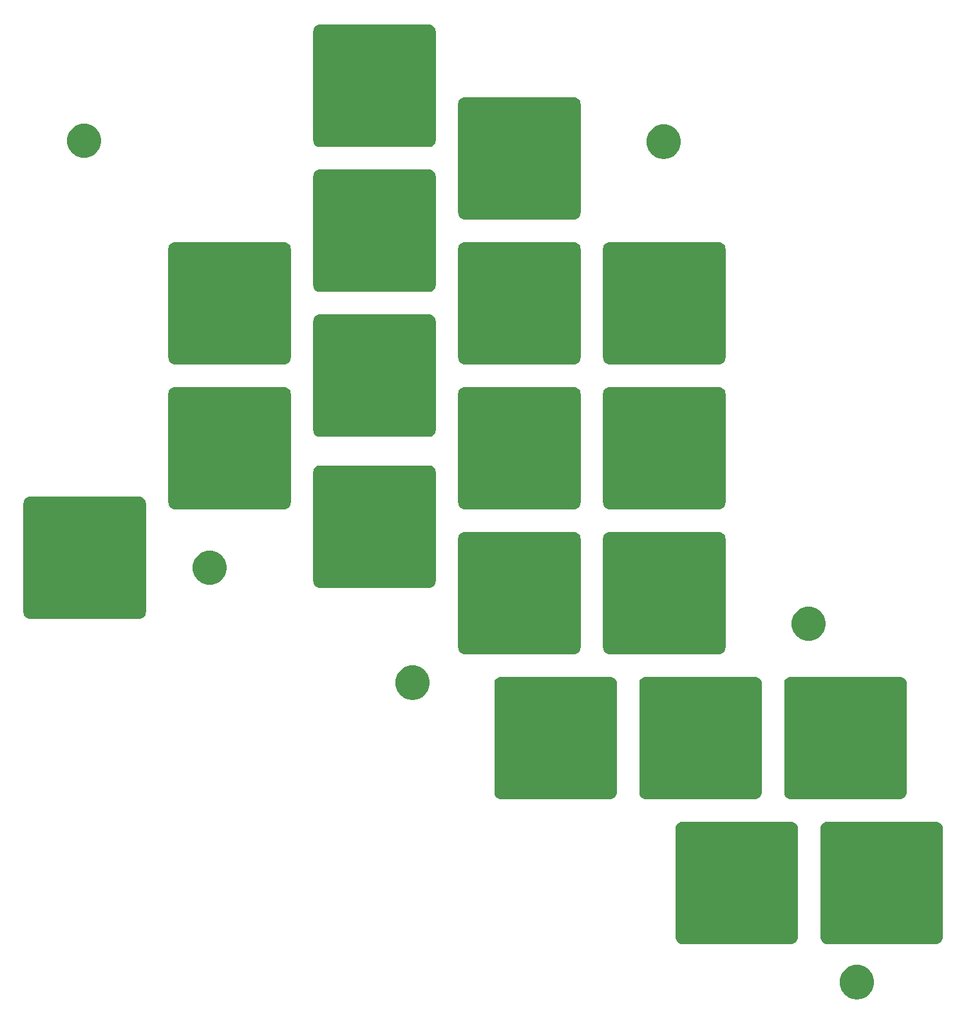
<source format=gbs>
G04 #@! TF.GenerationSoftware,KiCad,Pcbnew,(5.1.4-0)*
G04 #@! TF.CreationDate,2021-02-08T09:21:06-05:00*
G04 #@! TF.ProjectId,mxnatee_switch_plate,6d786e61-7465-4655-9f73-77697463685f,rev?*
G04 #@! TF.SameCoordinates,Original*
G04 #@! TF.FileFunction,Soldermask,Bot*
G04 #@! TF.FilePolarity,Negative*
%FSLAX46Y46*%
G04 Gerber Fmt 4.6, Leading zero omitted, Abs format (unit mm)*
G04 Created by KiCad (PCBNEW (5.1.4-0)) date 2021-02-08 09:21:06*
%MOMM*%
%LPD*%
G04 APERTURE LIST*
%ADD10C,0.100000*%
G04 APERTURE END LIST*
D10*
G36*
X129434880Y-143301776D02*
G01*
X129815593Y-143377504D01*
X130225249Y-143547189D01*
X130593929Y-143793534D01*
X130907466Y-144107071D01*
X131153811Y-144475751D01*
X131323496Y-144885407D01*
X131410000Y-145320296D01*
X131410000Y-145763704D01*
X131323496Y-146198593D01*
X131153811Y-146608249D01*
X130907466Y-146976929D01*
X130593929Y-147290466D01*
X130225249Y-147536811D01*
X129815593Y-147706496D01*
X129434880Y-147782224D01*
X129380705Y-147793000D01*
X128937295Y-147793000D01*
X128883120Y-147782224D01*
X128502407Y-147706496D01*
X128092751Y-147536811D01*
X127724071Y-147290466D01*
X127410534Y-146976929D01*
X127164189Y-146608249D01*
X126994504Y-146198593D01*
X126908000Y-145763704D01*
X126908000Y-145320296D01*
X126994504Y-144885407D01*
X127164189Y-144475751D01*
X127410534Y-144107071D01*
X127724071Y-143793534D01*
X128092751Y-143547189D01*
X128502407Y-143377504D01*
X128883120Y-143301776D01*
X128937295Y-143291000D01*
X129380705Y-143291000D01*
X129434880Y-143301776D01*
X129434880Y-143301776D01*
G37*
G36*
X139719795Y-124459736D02*
G01*
X139889492Y-124511212D01*
X140045876Y-124594802D01*
X140182953Y-124707297D01*
X140295448Y-124844374D01*
X140379038Y-125000758D01*
X140430514Y-125170455D01*
X140448500Y-125353066D01*
X140448500Y-139632434D01*
X140430514Y-139815045D01*
X140379038Y-139984742D01*
X140295448Y-140141126D01*
X140182953Y-140278203D01*
X140045876Y-140390698D01*
X139889492Y-140474288D01*
X139719795Y-140525764D01*
X139537184Y-140543750D01*
X125257816Y-140543750D01*
X125075205Y-140525764D01*
X124905508Y-140474288D01*
X124749124Y-140390698D01*
X124612047Y-140278203D01*
X124499552Y-140141126D01*
X124415962Y-139984742D01*
X124364486Y-139815045D01*
X124346500Y-139632434D01*
X124346500Y-125353066D01*
X124364486Y-125170455D01*
X124415962Y-125000758D01*
X124499552Y-124844374D01*
X124612047Y-124707297D01*
X124749124Y-124594802D01*
X124905508Y-124511212D01*
X125075205Y-124459736D01*
X125257816Y-124441750D01*
X139537184Y-124441750D01*
X139719795Y-124459736D01*
X139719795Y-124459736D01*
G37*
G36*
X120669795Y-124459736D02*
G01*
X120839492Y-124511212D01*
X120995876Y-124594802D01*
X121132953Y-124707297D01*
X121245448Y-124844374D01*
X121329038Y-125000758D01*
X121380514Y-125170455D01*
X121398500Y-125353066D01*
X121398500Y-139632434D01*
X121380514Y-139815045D01*
X121329038Y-139984742D01*
X121245448Y-140141126D01*
X121132953Y-140278203D01*
X120995876Y-140390698D01*
X120839492Y-140474288D01*
X120669795Y-140525764D01*
X120487184Y-140543750D01*
X106207816Y-140543750D01*
X106025205Y-140525764D01*
X105855508Y-140474288D01*
X105699124Y-140390698D01*
X105562047Y-140278203D01*
X105449552Y-140141126D01*
X105365962Y-139984742D01*
X105314486Y-139815045D01*
X105296500Y-139632434D01*
X105296500Y-125353066D01*
X105314486Y-125170455D01*
X105365962Y-125000758D01*
X105449552Y-124844374D01*
X105562047Y-124707297D01*
X105699124Y-124594802D01*
X105855508Y-124511212D01*
X106025205Y-124459736D01*
X106207816Y-124441750D01*
X120487184Y-124441750D01*
X120669795Y-124459736D01*
X120669795Y-124459736D01*
G37*
G36*
X115907295Y-105409736D02*
G01*
X116076992Y-105461212D01*
X116233376Y-105544802D01*
X116370453Y-105657297D01*
X116482948Y-105794374D01*
X116566538Y-105950758D01*
X116618014Y-106120455D01*
X116636000Y-106303066D01*
X116636000Y-120582434D01*
X116618014Y-120765045D01*
X116566538Y-120934742D01*
X116482948Y-121091126D01*
X116370453Y-121228203D01*
X116233376Y-121340698D01*
X116076992Y-121424288D01*
X115907295Y-121475764D01*
X115724684Y-121493750D01*
X101445316Y-121493750D01*
X101262705Y-121475764D01*
X101093008Y-121424288D01*
X100936624Y-121340698D01*
X100799547Y-121228203D01*
X100687052Y-121091126D01*
X100603462Y-120934742D01*
X100551986Y-120765045D01*
X100534000Y-120582434D01*
X100534000Y-106303066D01*
X100551986Y-106120455D01*
X100603462Y-105950758D01*
X100687052Y-105794374D01*
X100799547Y-105657297D01*
X100936624Y-105544802D01*
X101093008Y-105461212D01*
X101262705Y-105409736D01*
X101445316Y-105391750D01*
X115724684Y-105391750D01*
X115907295Y-105409736D01*
X115907295Y-105409736D01*
G37*
G36*
X96857295Y-105409736D02*
G01*
X97026992Y-105461212D01*
X97183376Y-105544802D01*
X97320453Y-105657297D01*
X97432948Y-105794374D01*
X97516538Y-105950758D01*
X97568014Y-106120455D01*
X97586000Y-106303066D01*
X97586000Y-120582434D01*
X97568014Y-120765045D01*
X97516538Y-120934742D01*
X97432948Y-121091126D01*
X97320453Y-121228203D01*
X97183376Y-121340698D01*
X97026992Y-121424288D01*
X96857295Y-121475764D01*
X96674684Y-121493750D01*
X82395316Y-121493750D01*
X82212705Y-121475764D01*
X82043008Y-121424288D01*
X81886624Y-121340698D01*
X81749547Y-121228203D01*
X81637052Y-121091126D01*
X81553462Y-120934742D01*
X81501986Y-120765045D01*
X81484000Y-120582434D01*
X81484000Y-106303066D01*
X81501986Y-106120455D01*
X81553462Y-105950758D01*
X81637052Y-105794374D01*
X81749547Y-105657297D01*
X81886624Y-105544802D01*
X82043008Y-105461212D01*
X82212705Y-105409736D01*
X82395316Y-105391750D01*
X96674684Y-105391750D01*
X96857295Y-105409736D01*
X96857295Y-105409736D01*
G37*
G36*
X134957295Y-105409736D02*
G01*
X135126992Y-105461212D01*
X135283376Y-105544802D01*
X135420453Y-105657297D01*
X135532948Y-105794374D01*
X135616538Y-105950758D01*
X135668014Y-106120455D01*
X135686000Y-106303066D01*
X135686000Y-120582434D01*
X135668014Y-120765045D01*
X135616538Y-120934742D01*
X135532948Y-121091126D01*
X135420453Y-121228203D01*
X135283376Y-121340698D01*
X135126992Y-121424288D01*
X134957295Y-121475764D01*
X134774684Y-121493750D01*
X120495316Y-121493750D01*
X120312705Y-121475764D01*
X120143008Y-121424288D01*
X119986624Y-121340698D01*
X119849547Y-121228203D01*
X119737052Y-121091126D01*
X119653462Y-120934742D01*
X119601986Y-120765045D01*
X119584000Y-120582434D01*
X119584000Y-106303066D01*
X119601986Y-106120455D01*
X119653462Y-105950758D01*
X119737052Y-105794374D01*
X119849547Y-105657297D01*
X119986624Y-105544802D01*
X120143008Y-105461212D01*
X120312705Y-105409736D01*
X120495316Y-105391750D01*
X134774684Y-105391750D01*
X134957295Y-105409736D01*
X134957295Y-105409736D01*
G37*
G36*
X71014880Y-103931776D02*
G01*
X71395593Y-104007504D01*
X71805249Y-104177189D01*
X72173929Y-104423534D01*
X72487466Y-104737071D01*
X72733811Y-105105751D01*
X72903496Y-105515407D01*
X72990000Y-105950296D01*
X72990000Y-106393704D01*
X72903496Y-106828593D01*
X72733811Y-107238249D01*
X72487466Y-107606929D01*
X72173929Y-107920466D01*
X71805249Y-108166811D01*
X71395593Y-108336496D01*
X71014880Y-108412224D01*
X70960705Y-108423000D01*
X70517295Y-108423000D01*
X70463120Y-108412224D01*
X70082407Y-108336496D01*
X69672751Y-108166811D01*
X69304071Y-107920466D01*
X68990534Y-107606929D01*
X68744189Y-107238249D01*
X68574504Y-106828593D01*
X68488000Y-106393704D01*
X68488000Y-105950296D01*
X68574504Y-105515407D01*
X68744189Y-105105751D01*
X68990534Y-104737071D01*
X69304071Y-104423534D01*
X69672751Y-104177189D01*
X70082407Y-104007504D01*
X70463120Y-103931776D01*
X70517295Y-103921000D01*
X70960705Y-103921000D01*
X71014880Y-103931776D01*
X71014880Y-103931776D01*
G37*
G36*
X111144795Y-86359736D02*
G01*
X111314492Y-86411212D01*
X111470876Y-86494802D01*
X111607953Y-86607297D01*
X111720448Y-86744374D01*
X111804038Y-86900758D01*
X111855514Y-87070455D01*
X111873500Y-87253066D01*
X111873500Y-101532434D01*
X111855514Y-101715045D01*
X111804038Y-101884742D01*
X111720448Y-102041126D01*
X111607953Y-102178203D01*
X111470876Y-102290698D01*
X111314492Y-102374288D01*
X111144795Y-102425764D01*
X110962184Y-102443750D01*
X96682816Y-102443750D01*
X96500205Y-102425764D01*
X96330508Y-102374288D01*
X96174124Y-102290698D01*
X96037047Y-102178203D01*
X95924552Y-102041126D01*
X95840962Y-101884742D01*
X95789486Y-101715045D01*
X95771500Y-101532434D01*
X95771500Y-87253066D01*
X95789486Y-87070455D01*
X95840962Y-86900758D01*
X95924552Y-86744374D01*
X96037047Y-86607297D01*
X96174124Y-86494802D01*
X96330508Y-86411212D01*
X96500205Y-86359736D01*
X96682816Y-86341750D01*
X110962184Y-86341750D01*
X111144795Y-86359736D01*
X111144795Y-86359736D01*
G37*
G36*
X92094795Y-86359736D02*
G01*
X92264492Y-86411212D01*
X92420876Y-86494802D01*
X92557953Y-86607297D01*
X92670448Y-86744374D01*
X92754038Y-86900758D01*
X92805514Y-87070455D01*
X92823500Y-87253066D01*
X92823500Y-101532434D01*
X92805514Y-101715045D01*
X92754038Y-101884742D01*
X92670448Y-102041126D01*
X92557953Y-102178203D01*
X92420876Y-102290698D01*
X92264492Y-102374288D01*
X92094795Y-102425764D01*
X91912184Y-102443750D01*
X77632816Y-102443750D01*
X77450205Y-102425764D01*
X77280508Y-102374288D01*
X77124124Y-102290698D01*
X76987047Y-102178203D01*
X76874552Y-102041126D01*
X76790962Y-101884742D01*
X76739486Y-101715045D01*
X76721500Y-101532434D01*
X76721500Y-87253066D01*
X76739486Y-87070455D01*
X76790962Y-86900758D01*
X76874552Y-86744374D01*
X76987047Y-86607297D01*
X77124124Y-86494802D01*
X77280508Y-86411212D01*
X77450205Y-86359736D01*
X77632816Y-86341750D01*
X91912184Y-86341750D01*
X92094795Y-86359736D01*
X92094795Y-86359736D01*
G37*
G36*
X123084880Y-96184776D02*
G01*
X123465593Y-96260504D01*
X123875249Y-96430189D01*
X124243929Y-96676534D01*
X124557466Y-96990071D01*
X124803811Y-97358751D01*
X124973496Y-97768407D01*
X125060000Y-98203296D01*
X125060000Y-98646704D01*
X124973496Y-99081593D01*
X124803811Y-99491249D01*
X124557466Y-99859929D01*
X124243929Y-100173466D01*
X123875249Y-100419811D01*
X123465593Y-100589496D01*
X123084880Y-100665224D01*
X123030705Y-100676000D01*
X122587295Y-100676000D01*
X122533120Y-100665224D01*
X122152407Y-100589496D01*
X121742751Y-100419811D01*
X121374071Y-100173466D01*
X121060534Y-99859929D01*
X120814189Y-99491249D01*
X120644504Y-99081593D01*
X120558000Y-98646704D01*
X120558000Y-98203296D01*
X120644504Y-97768407D01*
X120814189Y-97358751D01*
X121060534Y-96990071D01*
X121374071Y-96676534D01*
X121742751Y-96430189D01*
X122152407Y-96260504D01*
X122533120Y-96184776D01*
X122587295Y-96174000D01*
X123030705Y-96174000D01*
X123084880Y-96184776D01*
X123084880Y-96184776D01*
G37*
G36*
X34944795Y-81724236D02*
G01*
X35114492Y-81775712D01*
X35270876Y-81859302D01*
X35407953Y-81971797D01*
X35520448Y-82108874D01*
X35604038Y-82265258D01*
X35655514Y-82434955D01*
X35673500Y-82617566D01*
X35673500Y-96896934D01*
X35655514Y-97079545D01*
X35604038Y-97249242D01*
X35520448Y-97405626D01*
X35407953Y-97542703D01*
X35270876Y-97655198D01*
X35114492Y-97738788D01*
X34944795Y-97790264D01*
X34762184Y-97808250D01*
X20482816Y-97808250D01*
X20300205Y-97790264D01*
X20130508Y-97738788D01*
X19974124Y-97655198D01*
X19837047Y-97542703D01*
X19724552Y-97405626D01*
X19640962Y-97249242D01*
X19589486Y-97079545D01*
X19571500Y-96896934D01*
X19571500Y-82617566D01*
X19589486Y-82434955D01*
X19640962Y-82265258D01*
X19724552Y-82108874D01*
X19837047Y-81971797D01*
X19974124Y-81859302D01*
X20130508Y-81775712D01*
X20300205Y-81724236D01*
X20482816Y-81706250D01*
X34762184Y-81706250D01*
X34944795Y-81724236D01*
X34944795Y-81724236D01*
G37*
G36*
X73044795Y-77628486D02*
G01*
X73214492Y-77679962D01*
X73370876Y-77763552D01*
X73507953Y-77876047D01*
X73620448Y-78013124D01*
X73704038Y-78169508D01*
X73755514Y-78339205D01*
X73773500Y-78521816D01*
X73773500Y-92801184D01*
X73755514Y-92983795D01*
X73704038Y-93153492D01*
X73620448Y-93309876D01*
X73507953Y-93446953D01*
X73370876Y-93559448D01*
X73214492Y-93643038D01*
X73044795Y-93694514D01*
X72862184Y-93712500D01*
X58582816Y-93712500D01*
X58400205Y-93694514D01*
X58230508Y-93643038D01*
X58074124Y-93559448D01*
X57937047Y-93446953D01*
X57824552Y-93309876D01*
X57740962Y-93153492D01*
X57689486Y-92983795D01*
X57671500Y-92801184D01*
X57671500Y-78521816D01*
X57689486Y-78339205D01*
X57740962Y-78169508D01*
X57824552Y-78013124D01*
X57937047Y-77876047D01*
X58074124Y-77763552D01*
X58230508Y-77679962D01*
X58400205Y-77628486D01*
X58582816Y-77610500D01*
X72862184Y-77610500D01*
X73044795Y-77628486D01*
X73044795Y-77628486D01*
G37*
G36*
X44344880Y-88818776D02*
G01*
X44725593Y-88894504D01*
X45135249Y-89064189D01*
X45503929Y-89310534D01*
X45817466Y-89624071D01*
X46063811Y-89992751D01*
X46233496Y-90402407D01*
X46320000Y-90837296D01*
X46320000Y-91280704D01*
X46233496Y-91715593D01*
X46063811Y-92125249D01*
X45817466Y-92493929D01*
X45503929Y-92807466D01*
X45135249Y-93053811D01*
X44725593Y-93223496D01*
X44344880Y-93299224D01*
X44290705Y-93310000D01*
X43847295Y-93310000D01*
X43793120Y-93299224D01*
X43412407Y-93223496D01*
X43002751Y-93053811D01*
X42634071Y-92807466D01*
X42320534Y-92493929D01*
X42074189Y-92125249D01*
X41904504Y-91715593D01*
X41818000Y-91280704D01*
X41818000Y-90837296D01*
X41904504Y-90402407D01*
X42074189Y-89992751D01*
X42320534Y-89624071D01*
X42634071Y-89310534D01*
X43002751Y-89064189D01*
X43412407Y-88894504D01*
X43793120Y-88818776D01*
X43847295Y-88808000D01*
X44290705Y-88808000D01*
X44344880Y-88818776D01*
X44344880Y-88818776D01*
G37*
G36*
X111144795Y-67309736D02*
G01*
X111314492Y-67361212D01*
X111470876Y-67444802D01*
X111607953Y-67557297D01*
X111720448Y-67694374D01*
X111804038Y-67850758D01*
X111855514Y-68020455D01*
X111873500Y-68203066D01*
X111873500Y-82482434D01*
X111855514Y-82665045D01*
X111804038Y-82834742D01*
X111720448Y-82991126D01*
X111607953Y-83128203D01*
X111470876Y-83240698D01*
X111314492Y-83324288D01*
X111144795Y-83375764D01*
X110962184Y-83393750D01*
X96682816Y-83393750D01*
X96500205Y-83375764D01*
X96330508Y-83324288D01*
X96174124Y-83240698D01*
X96037047Y-83128203D01*
X95924552Y-82991126D01*
X95840962Y-82834742D01*
X95789486Y-82665045D01*
X95771500Y-82482434D01*
X95771500Y-68203066D01*
X95789486Y-68020455D01*
X95840962Y-67850758D01*
X95924552Y-67694374D01*
X96037047Y-67557297D01*
X96174124Y-67444802D01*
X96330508Y-67361212D01*
X96500205Y-67309736D01*
X96682816Y-67291750D01*
X110962184Y-67291750D01*
X111144795Y-67309736D01*
X111144795Y-67309736D01*
G37*
G36*
X92094795Y-67309736D02*
G01*
X92264492Y-67361212D01*
X92420876Y-67444802D01*
X92557953Y-67557297D01*
X92670448Y-67694374D01*
X92754038Y-67850758D01*
X92805514Y-68020455D01*
X92823500Y-68203066D01*
X92823500Y-82482434D01*
X92805514Y-82665045D01*
X92754038Y-82834742D01*
X92670448Y-82991126D01*
X92557953Y-83128203D01*
X92420876Y-83240698D01*
X92264492Y-83324288D01*
X92094795Y-83375764D01*
X91912184Y-83393750D01*
X77632816Y-83393750D01*
X77450205Y-83375764D01*
X77280508Y-83324288D01*
X77124124Y-83240698D01*
X76987047Y-83128203D01*
X76874552Y-82991126D01*
X76790962Y-82834742D01*
X76739486Y-82665045D01*
X76721500Y-82482434D01*
X76721500Y-68203066D01*
X76739486Y-68020455D01*
X76790962Y-67850758D01*
X76874552Y-67694374D01*
X76987047Y-67557297D01*
X77124124Y-67444802D01*
X77280508Y-67361212D01*
X77450205Y-67309736D01*
X77632816Y-67291750D01*
X91912184Y-67291750D01*
X92094795Y-67309736D01*
X92094795Y-67309736D01*
G37*
G36*
X53994795Y-67309736D02*
G01*
X54164492Y-67361212D01*
X54320876Y-67444802D01*
X54457953Y-67557297D01*
X54570448Y-67694374D01*
X54654038Y-67850758D01*
X54705514Y-68020455D01*
X54723500Y-68203066D01*
X54723500Y-82482434D01*
X54705514Y-82665045D01*
X54654038Y-82834742D01*
X54570448Y-82991126D01*
X54457953Y-83128203D01*
X54320876Y-83240698D01*
X54164492Y-83324288D01*
X53994795Y-83375764D01*
X53812184Y-83393750D01*
X39532816Y-83393750D01*
X39350205Y-83375764D01*
X39180508Y-83324288D01*
X39024124Y-83240698D01*
X38887047Y-83128203D01*
X38774552Y-82991126D01*
X38690962Y-82834742D01*
X38639486Y-82665045D01*
X38621500Y-82482434D01*
X38621500Y-68203066D01*
X38639486Y-68020455D01*
X38690962Y-67850758D01*
X38774552Y-67694374D01*
X38887047Y-67557297D01*
X39024124Y-67444802D01*
X39180508Y-67361212D01*
X39350205Y-67309736D01*
X39532816Y-67291750D01*
X53812184Y-67291750D01*
X53994795Y-67309736D01*
X53994795Y-67309736D01*
G37*
G36*
X73044795Y-57784736D02*
G01*
X73214492Y-57836212D01*
X73370876Y-57919802D01*
X73507953Y-58032297D01*
X73620448Y-58169374D01*
X73704038Y-58325758D01*
X73755514Y-58495455D01*
X73773500Y-58678066D01*
X73773500Y-72957434D01*
X73755514Y-73140045D01*
X73704038Y-73309742D01*
X73620448Y-73466126D01*
X73507953Y-73603203D01*
X73370876Y-73715698D01*
X73214492Y-73799288D01*
X73044795Y-73850764D01*
X72862184Y-73868750D01*
X58582816Y-73868750D01*
X58400205Y-73850764D01*
X58230508Y-73799288D01*
X58074124Y-73715698D01*
X57937047Y-73603203D01*
X57824552Y-73466126D01*
X57740962Y-73309742D01*
X57689486Y-73140045D01*
X57671500Y-72957434D01*
X57671500Y-58678066D01*
X57689486Y-58495455D01*
X57740962Y-58325758D01*
X57824552Y-58169374D01*
X57937047Y-58032297D01*
X58074124Y-57919802D01*
X58230508Y-57836212D01*
X58400205Y-57784736D01*
X58582816Y-57766750D01*
X72862184Y-57766750D01*
X73044795Y-57784736D01*
X73044795Y-57784736D01*
G37*
G36*
X111144795Y-48259736D02*
G01*
X111314492Y-48311212D01*
X111470876Y-48394802D01*
X111607953Y-48507297D01*
X111720448Y-48644374D01*
X111804038Y-48800758D01*
X111855514Y-48970455D01*
X111873500Y-49153066D01*
X111873500Y-63432434D01*
X111855514Y-63615045D01*
X111804038Y-63784742D01*
X111720448Y-63941126D01*
X111607953Y-64078203D01*
X111470876Y-64190698D01*
X111314492Y-64274288D01*
X111144795Y-64325764D01*
X110962184Y-64343750D01*
X96682816Y-64343750D01*
X96500205Y-64325764D01*
X96330508Y-64274288D01*
X96174124Y-64190698D01*
X96037047Y-64078203D01*
X95924552Y-63941126D01*
X95840962Y-63784742D01*
X95789486Y-63615045D01*
X95771500Y-63432434D01*
X95771500Y-49153066D01*
X95789486Y-48970455D01*
X95840962Y-48800758D01*
X95924552Y-48644374D01*
X96037047Y-48507297D01*
X96174124Y-48394802D01*
X96330508Y-48311212D01*
X96500205Y-48259736D01*
X96682816Y-48241750D01*
X110962184Y-48241750D01*
X111144795Y-48259736D01*
X111144795Y-48259736D01*
G37*
G36*
X92094795Y-48259736D02*
G01*
X92264492Y-48311212D01*
X92420876Y-48394802D01*
X92557953Y-48507297D01*
X92670448Y-48644374D01*
X92754038Y-48800758D01*
X92805514Y-48970455D01*
X92823500Y-49153066D01*
X92823500Y-63432434D01*
X92805514Y-63615045D01*
X92754038Y-63784742D01*
X92670448Y-63941126D01*
X92557953Y-64078203D01*
X92420876Y-64190698D01*
X92264492Y-64274288D01*
X92094795Y-64325764D01*
X91912184Y-64343750D01*
X77632816Y-64343750D01*
X77450205Y-64325764D01*
X77280508Y-64274288D01*
X77124124Y-64190698D01*
X76987047Y-64078203D01*
X76874552Y-63941126D01*
X76790962Y-63784742D01*
X76739486Y-63615045D01*
X76721500Y-63432434D01*
X76721500Y-49153066D01*
X76739486Y-48970455D01*
X76790962Y-48800758D01*
X76874552Y-48644374D01*
X76987047Y-48507297D01*
X77124124Y-48394802D01*
X77280508Y-48311212D01*
X77450205Y-48259736D01*
X77632816Y-48241750D01*
X91912184Y-48241750D01*
X92094795Y-48259736D01*
X92094795Y-48259736D01*
G37*
G36*
X53994795Y-48259736D02*
G01*
X54164492Y-48311212D01*
X54320876Y-48394802D01*
X54457953Y-48507297D01*
X54570448Y-48644374D01*
X54654038Y-48800758D01*
X54705514Y-48970455D01*
X54723500Y-49153066D01*
X54723500Y-63432434D01*
X54705514Y-63615045D01*
X54654038Y-63784742D01*
X54570448Y-63941126D01*
X54457953Y-64078203D01*
X54320876Y-64190698D01*
X54164492Y-64274288D01*
X53994795Y-64325764D01*
X53812184Y-64343750D01*
X39532816Y-64343750D01*
X39350205Y-64325764D01*
X39180508Y-64274288D01*
X39024124Y-64190698D01*
X38887047Y-64078203D01*
X38774552Y-63941126D01*
X38690962Y-63784742D01*
X38639486Y-63615045D01*
X38621500Y-63432434D01*
X38621500Y-49153066D01*
X38639486Y-48970455D01*
X38690962Y-48800758D01*
X38774552Y-48644374D01*
X38887047Y-48507297D01*
X39024124Y-48394802D01*
X39180508Y-48311212D01*
X39350205Y-48259736D01*
X39532816Y-48241750D01*
X53812184Y-48241750D01*
X53994795Y-48259736D01*
X53994795Y-48259736D01*
G37*
G36*
X73044795Y-38734736D02*
G01*
X73214492Y-38786212D01*
X73370876Y-38869802D01*
X73507953Y-38982297D01*
X73620448Y-39119374D01*
X73704038Y-39275758D01*
X73755514Y-39445455D01*
X73773500Y-39628066D01*
X73773500Y-53907434D01*
X73755514Y-54090045D01*
X73704038Y-54259742D01*
X73620448Y-54416126D01*
X73507953Y-54553203D01*
X73370876Y-54665698D01*
X73214492Y-54749288D01*
X73044795Y-54800764D01*
X72862184Y-54818750D01*
X58582816Y-54818750D01*
X58400205Y-54800764D01*
X58230508Y-54749288D01*
X58074124Y-54665698D01*
X57937047Y-54553203D01*
X57824552Y-54416126D01*
X57740962Y-54259742D01*
X57689486Y-54090045D01*
X57671500Y-53907434D01*
X57671500Y-39628066D01*
X57689486Y-39445455D01*
X57740962Y-39275758D01*
X57824552Y-39119374D01*
X57937047Y-38982297D01*
X58074124Y-38869802D01*
X58230508Y-38786212D01*
X58400205Y-38734736D01*
X58582816Y-38716750D01*
X72862184Y-38716750D01*
X73044795Y-38734736D01*
X73044795Y-38734736D01*
G37*
G36*
X92094795Y-29209736D02*
G01*
X92264492Y-29261212D01*
X92420876Y-29344802D01*
X92557953Y-29457297D01*
X92670448Y-29594374D01*
X92754038Y-29750758D01*
X92805514Y-29920455D01*
X92823500Y-30103066D01*
X92823500Y-44382434D01*
X92805514Y-44565045D01*
X92754038Y-44734742D01*
X92670448Y-44891126D01*
X92557953Y-45028203D01*
X92420876Y-45140698D01*
X92264492Y-45224288D01*
X92094795Y-45275764D01*
X91912184Y-45293750D01*
X77632816Y-45293750D01*
X77450205Y-45275764D01*
X77280508Y-45224288D01*
X77124124Y-45140698D01*
X76987047Y-45028203D01*
X76874552Y-44891126D01*
X76790962Y-44734742D01*
X76739486Y-44565045D01*
X76721500Y-44382434D01*
X76721500Y-30103066D01*
X76739486Y-29920455D01*
X76790962Y-29750758D01*
X76874552Y-29594374D01*
X76987047Y-29457297D01*
X77124124Y-29344802D01*
X77280508Y-29261212D01*
X77450205Y-29209736D01*
X77632816Y-29191750D01*
X91912184Y-29191750D01*
X92094795Y-29209736D01*
X92094795Y-29209736D01*
G37*
G36*
X104034880Y-32811776D02*
G01*
X104415593Y-32887504D01*
X104825249Y-33057189D01*
X105193929Y-33303534D01*
X105507466Y-33617071D01*
X105753811Y-33985751D01*
X105923496Y-34395407D01*
X106010000Y-34830296D01*
X106010000Y-35273704D01*
X105923496Y-35708593D01*
X105753811Y-36118249D01*
X105507466Y-36486929D01*
X105193929Y-36800466D01*
X104825249Y-37046811D01*
X104415593Y-37216496D01*
X104034880Y-37292224D01*
X103980705Y-37303000D01*
X103537295Y-37303000D01*
X103483120Y-37292224D01*
X103102407Y-37216496D01*
X102692751Y-37046811D01*
X102324071Y-36800466D01*
X102010534Y-36486929D01*
X101764189Y-36118249D01*
X101594504Y-35708593D01*
X101508000Y-35273704D01*
X101508000Y-34830296D01*
X101594504Y-34395407D01*
X101764189Y-33985751D01*
X102010534Y-33617071D01*
X102324071Y-33303534D01*
X102692751Y-33057189D01*
X103102407Y-32887504D01*
X103483120Y-32811776D01*
X103537295Y-32801000D01*
X103980705Y-32801000D01*
X104034880Y-32811776D01*
X104034880Y-32811776D01*
G37*
G36*
X27834880Y-32684776D02*
G01*
X28215593Y-32760504D01*
X28625249Y-32930189D01*
X28993929Y-33176534D01*
X29307466Y-33490071D01*
X29553811Y-33858751D01*
X29723496Y-34268407D01*
X29810000Y-34703296D01*
X29810000Y-35146704D01*
X29723496Y-35581593D01*
X29553811Y-35991249D01*
X29307466Y-36359929D01*
X28993929Y-36673466D01*
X28625249Y-36919811D01*
X28215593Y-37089496D01*
X27834880Y-37165224D01*
X27780705Y-37176000D01*
X27337295Y-37176000D01*
X27283120Y-37165224D01*
X26902407Y-37089496D01*
X26492751Y-36919811D01*
X26124071Y-36673466D01*
X25810534Y-36359929D01*
X25564189Y-35991249D01*
X25394504Y-35581593D01*
X25308000Y-35146704D01*
X25308000Y-34703296D01*
X25394504Y-34268407D01*
X25564189Y-33858751D01*
X25810534Y-33490071D01*
X26124071Y-33176534D01*
X26492751Y-32930189D01*
X26902407Y-32760504D01*
X27283120Y-32684776D01*
X27337295Y-32674000D01*
X27780705Y-32674000D01*
X27834880Y-32684776D01*
X27834880Y-32684776D01*
G37*
G36*
X73044795Y-19684736D02*
G01*
X73214492Y-19736212D01*
X73370876Y-19819802D01*
X73507953Y-19932297D01*
X73620448Y-20069374D01*
X73704038Y-20225758D01*
X73755514Y-20395455D01*
X73773500Y-20578066D01*
X73773500Y-34857434D01*
X73755514Y-35040045D01*
X73704038Y-35209742D01*
X73620448Y-35366126D01*
X73507953Y-35503203D01*
X73370876Y-35615698D01*
X73214492Y-35699288D01*
X73044795Y-35750764D01*
X72862184Y-35768750D01*
X58582816Y-35768750D01*
X58400205Y-35750764D01*
X58230508Y-35699288D01*
X58074124Y-35615698D01*
X57937047Y-35503203D01*
X57824552Y-35366126D01*
X57740962Y-35209742D01*
X57689486Y-35040045D01*
X57671500Y-34857434D01*
X57671500Y-20578066D01*
X57689486Y-20395455D01*
X57740962Y-20225758D01*
X57824552Y-20069374D01*
X57937047Y-19932297D01*
X58074124Y-19819802D01*
X58230508Y-19736212D01*
X58400205Y-19684736D01*
X58582816Y-19666750D01*
X72862184Y-19666750D01*
X73044795Y-19684736D01*
X73044795Y-19684736D01*
G37*
M02*

</source>
